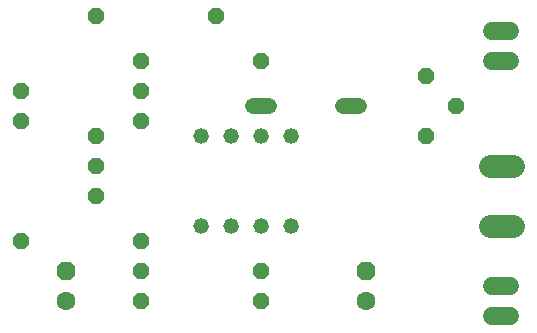
<source format=gtl>
G75*
%MOIN*%
%OFA0B0*%
%FSLAX24Y24*%
%IPPOS*%
%LPD*%
%AMOC8*
5,1,8,0,0,1.08239X$1,22.5*
%
%ADD10C,0.0520*%
%ADD11OC8,0.0520*%
%ADD12C,0.0520*%
%ADD13OC8,0.0630*%
%ADD14C,0.0630*%
%ADD15C,0.0600*%
%ADD16C,0.0780*%
D10*
X008145Y006440D03*
X009145Y006440D03*
X010145Y006440D03*
X011145Y006440D03*
X011145Y009440D03*
X010145Y009440D03*
X009145Y009440D03*
X008145Y009440D03*
D11*
X006145Y009940D03*
X006145Y010940D03*
X006145Y011940D03*
X004645Y013440D03*
X002145Y010940D03*
X002145Y009940D03*
X004645Y009440D03*
X004645Y008440D03*
X004645Y007440D03*
X006145Y005940D03*
X006145Y004940D03*
X006145Y003940D03*
X010145Y003940D03*
X010145Y004940D03*
X015645Y009440D03*
X016645Y010440D03*
X015645Y011440D03*
X010145Y011940D03*
X008645Y013440D03*
X002145Y005940D03*
D12*
X009885Y010440D02*
X010405Y010440D01*
X012885Y010440D02*
X013405Y010440D01*
D13*
X013645Y004940D03*
X003645Y004940D03*
D14*
X003645Y003940D03*
X013645Y003940D03*
D15*
X017845Y004440D02*
X018445Y004440D01*
X018445Y003440D02*
X017845Y003440D01*
X017845Y011940D02*
X018445Y011940D01*
X018445Y012940D02*
X017845Y012940D01*
D16*
X017755Y008430D02*
X018535Y008430D01*
X018535Y006450D02*
X017755Y006450D01*
M02*

</source>
